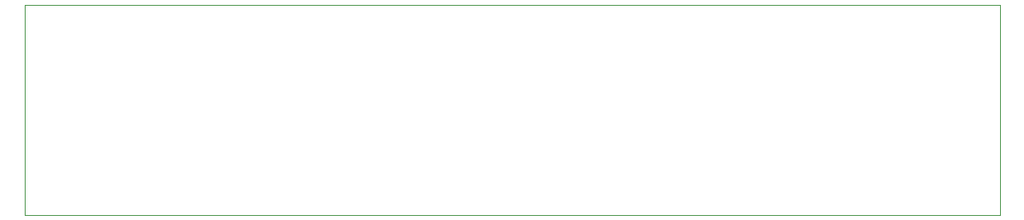
<source format=gtp>
G75*
%MOIN*%
%OFA0B0*%
%FSLAX25Y25*%
%IPPOS*%
%LPD*%
%AMOC8*
5,1,8,0,0,1.08239X$1,22.5*
%
%ADD10C,0.00000*%
D10*
X0001000Y0001250D02*
X0001000Y0086211D01*
X0394701Y0086211D01*
X0394701Y0001250D01*
X0001000Y0001250D01*
M02*

</source>
